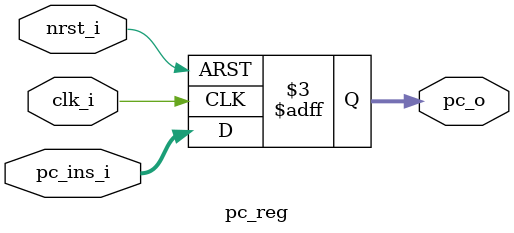
<source format=v>
module pc_reg (
  input             clk_i,
  input             nrst_i,
  input      [31:0] pc_ins_i,
  output reg [31:0] pc_o
);
  always @(posedge clk_i or negedge nrst_i) begin
    if (nrst_i == 0) begin
        pc_o <= 32'b0;
    end else begin
        pc_o <= pc_ins_i;
    end
  end
endmodule

</source>
